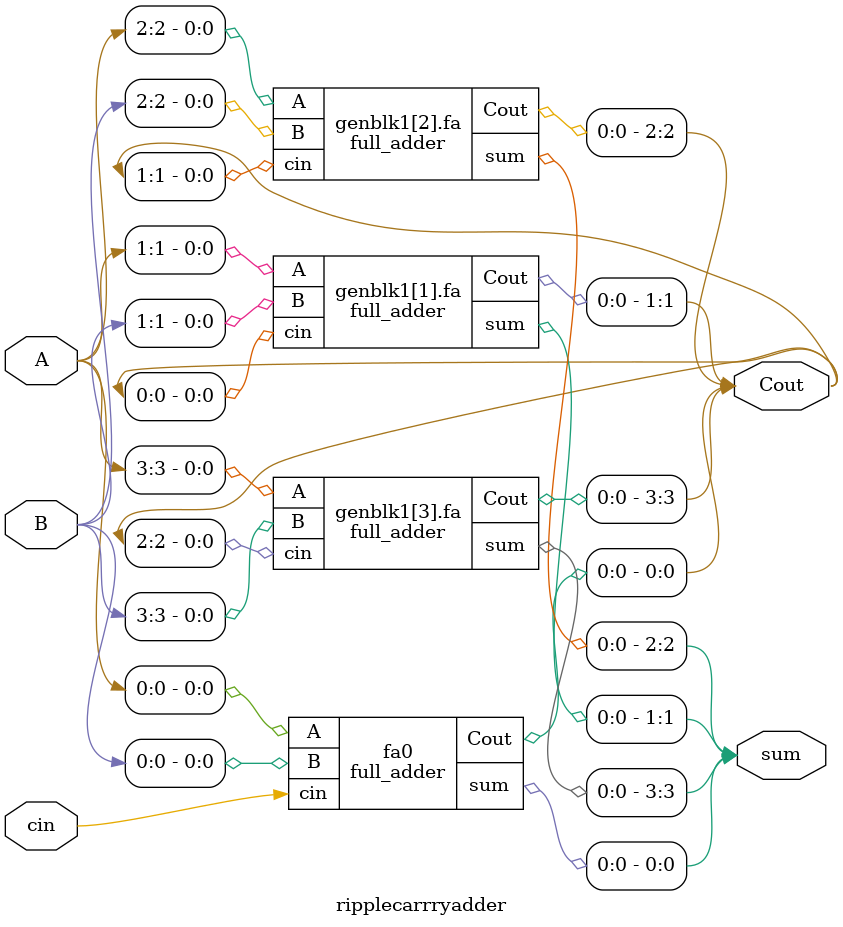
<source format=v>
`timescale 1ns / 1ps

module full_adder (
input A , B,
input cin ,
output sum,
output Cout
);
assign sum= A ^ B^cin;
assign Cout = ((A & B) | (B&cin) | (A & cin));

endmodule

// Dataflow modelling 
module ripplecarrryadder  #(parameter SIZE = 4)   
// Parameter is a keyword used to define the  size of the input .Using Parameter can implement N bit addition 
(

input [SIZE-1:0] A,B,
input cin ,
output [SIZE-1:0] sum ,Cout 

);
 // generate is a keyword mostly used in looping statement 
genvar k;
// Instantiation of full adder
full_adder fa0(A[0],B[0],cin,sum[0],Cout[0]);
generate 
for(k = 1 ; k <SIZE ; k= k+1)
begin
full_adder fa(A[k],B[k],Cout[k-1],sum[k],Cout[k]);
end 
endgenerate

endmodule

</source>
